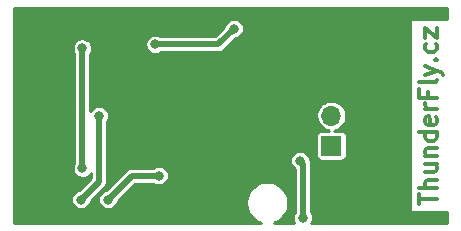
<source format=gbr>
G04 #@! TF.GenerationSoftware,KiCad,Pcbnew,(5.99.0-397-g773f45aae)*
G04 #@! TF.CreationDate,2019-12-11T08:39:11+01:00*
G04 #@! TF.ProjectId,TFRPM01A,54465250-4d30-4314-912e-6b696361645f,REV*
G04 #@! TF.SameCoordinates,Original*
G04 #@! TF.FileFunction,Copper,L1,Top*
G04 #@! TF.FilePolarity,Positive*
%FSLAX46Y46*%
G04 Gerber Fmt 4.6, Leading zero omitted, Abs format (unit mm)*
G04 Created by KiCad (PCBNEW (5.99.0-397-g773f45aae)) date 2019-12-11 08:39:11*
%MOMM*%
%LPD*%
G04 APERTURE LIST*
G04 #@! TA.AperFunction,NonConductor*
%ADD10C,0.300000*%
G04 #@! TD*
G04 #@! TA.AperFunction,ComponentPad*
%ADD11O,1.700000X1.700000*%
G04 #@! TD*
G04 #@! TA.AperFunction,ComponentPad*
%ADD12R,1.700000X1.700000*%
G04 #@! TD*
G04 #@! TA.AperFunction,ComponentPad*
%ADD13C,6.000000*%
G04 #@! TD*
G04 #@! TA.AperFunction,ViaPad*
%ADD14C,0.800000*%
G04 #@! TD*
G04 #@! TA.AperFunction,Conductor*
%ADD15C,0.500000*%
G04 #@! TD*
G04 #@! TA.AperFunction,Conductor*
%ADD16C,0.254000*%
G04 #@! TD*
G04 APERTURE END LIST*
D10*
X145736571Y-139798285D02*
X145736571Y-138941142D01*
X147236571Y-139369714D02*
X145736571Y-139369714D01*
X147236571Y-138441142D02*
X145736571Y-138441142D01*
X147236571Y-137798285D02*
X146450857Y-137798285D01*
X146308000Y-137869714D01*
X146236571Y-138012571D01*
X146236571Y-138226857D01*
X146308000Y-138369714D01*
X146379428Y-138441142D01*
X146236571Y-136441142D02*
X147236571Y-136441142D01*
X146236571Y-137084000D02*
X147022285Y-137084000D01*
X147165142Y-137012571D01*
X147236571Y-136869714D01*
X147236571Y-136655428D01*
X147165142Y-136512571D01*
X147093714Y-136441142D01*
X146236571Y-135726857D02*
X147236571Y-135726857D01*
X146379428Y-135726857D02*
X146308000Y-135655428D01*
X146236571Y-135512571D01*
X146236571Y-135298285D01*
X146308000Y-135155428D01*
X146450857Y-135084000D01*
X147236571Y-135084000D01*
X147236571Y-133726857D02*
X145736571Y-133726857D01*
X147165142Y-133726857D02*
X147236571Y-133869714D01*
X147236571Y-134155428D01*
X147165142Y-134298285D01*
X147093714Y-134369714D01*
X146950857Y-134441142D01*
X146522285Y-134441142D01*
X146379428Y-134369714D01*
X146308000Y-134298285D01*
X146236571Y-134155428D01*
X146236571Y-133869714D01*
X146308000Y-133726857D01*
X147165142Y-132441142D02*
X147236571Y-132584000D01*
X147236571Y-132869714D01*
X147165142Y-133012571D01*
X147022285Y-133084000D01*
X146450857Y-133084000D01*
X146308000Y-133012571D01*
X146236571Y-132869714D01*
X146236571Y-132584000D01*
X146308000Y-132441142D01*
X146450857Y-132369714D01*
X146593714Y-132369714D01*
X146736571Y-133084000D01*
X147236571Y-131726857D02*
X146236571Y-131726857D01*
X146522285Y-131726857D02*
X146379428Y-131655428D01*
X146308000Y-131584000D01*
X146236571Y-131441142D01*
X146236571Y-131298285D01*
X146450857Y-130298285D02*
X146450857Y-130798285D01*
X147236571Y-130798285D02*
X145736571Y-130798285D01*
X145736571Y-130084000D01*
X147236571Y-129298285D02*
X147165142Y-129441142D01*
X147022285Y-129512571D01*
X145736571Y-129512571D01*
X146236571Y-128869714D02*
X147236571Y-128512571D01*
X146236571Y-128155428D02*
X147236571Y-128512571D01*
X147593714Y-128655428D01*
X147665142Y-128726857D01*
X147736571Y-128869714D01*
X147093714Y-127584000D02*
X147165142Y-127512571D01*
X147236571Y-127584000D01*
X147165142Y-127655428D01*
X147093714Y-127584000D01*
X147236571Y-127584000D01*
X147165142Y-126226857D02*
X147236571Y-126369714D01*
X147236571Y-126655428D01*
X147165142Y-126798285D01*
X147093714Y-126869714D01*
X146950857Y-126941142D01*
X146522285Y-126941142D01*
X146379428Y-126869714D01*
X146308000Y-126798285D01*
X146236571Y-126655428D01*
X146236571Y-126369714D01*
X146308000Y-126226857D01*
X146236571Y-125726857D02*
X146236571Y-124941142D01*
X147236571Y-125726857D01*
X147236571Y-124941142D01*
D11*
G04 #@! TO.P,J1,3*
G04 #@! TO.N,GND*
X138303000Y-129791096D03*
G04 #@! TO.P,J1,2*
G04 #@! TO.N,Net-(C2-Pad1)*
X138303000Y-132331096D03*
D12*
G04 #@! TO.P,J1,1*
G04 #@! TO.N,/COUNT*
X138303000Y-134871096D03*
G04 #@! TD*
D13*
G04 #@! TO.P,Me,1*
G04 #@! TO.N,GND*
X132588000Y-132331096D03*
G04 #@! TD*
D14*
G04 #@! TO.N,/SDA*
X117221000Y-126616096D03*
X117221000Y-136776096D03*
G04 #@! TO.N,Net-(R5-Pad1)*
X123698000Y-137411096D03*
X119380000Y-139443096D03*
G04 #@! TO.N,+5V*
X117094000Y-139443096D03*
X118618000Y-132331096D03*
G04 #@! TO.N,+3V3*
X135890000Y-140967096D03*
X135636000Y-136141096D03*
G04 #@! TO.N,GND*
X118618000Y-140713096D03*
X117094000Y-140713096D03*
X115316000Y-140713096D03*
X124968000Y-135633096D03*
X126238000Y-135633096D03*
X127508000Y-138173096D03*
X128270000Y-137411096D03*
X112268000Y-135633096D03*
X112268000Y-136649096D03*
X112268000Y-137665096D03*
X112268000Y-138681096D03*
X112268000Y-129029096D03*
X112268000Y-128013096D03*
X112268000Y-126997096D03*
X112268000Y-125981096D03*
X120142000Y-134363096D03*
X117094000Y-123695096D03*
X126746000Y-128267096D03*
X127762000Y-129029096D03*
X127762000Y-130299096D03*
G04 #@! TO.N,+5V*
X123383000Y-126296096D03*
X130048000Y-124965096D03*
G04 #@! TO.N,GND*
X133858000Y-124965096D03*
X134874000Y-124965096D03*
X138938000Y-124965096D03*
X140208000Y-124965096D03*
X134620000Y-127759096D03*
X135636000Y-127759096D03*
X136652000Y-127759096D03*
X137668000Y-127759096D03*
X136652000Y-128775096D03*
X135636000Y-128775096D03*
X138176000Y-136903096D03*
X143764000Y-140967096D03*
X143764000Y-139951096D03*
X143764000Y-138935096D03*
X143002000Y-134109096D03*
X143002000Y-135382000D03*
X143002000Y-136652000D03*
X121666000Y-140967096D03*
X137806906Y-140061793D03*
X119634000Y-129286000D03*
X120396000Y-128524000D03*
X120396000Y-130048000D03*
X141986000Y-138938000D03*
X115316000Y-130807096D03*
X115316000Y-132331096D03*
X115316000Y-133855096D03*
G04 #@! TD*
D15*
G04 #@! TO.N,/SDA*
X117221000Y-126616096D02*
X117221000Y-136776096D01*
G04 #@! TO.N,Net-(R5-Pad1)*
X123698000Y-137411096D02*
X121412000Y-137411096D01*
X121412000Y-137411096D02*
X119380000Y-139443096D01*
G04 #@! TO.N,+5V*
X117094000Y-139443096D02*
X118618000Y-137919096D01*
X118618000Y-137919096D02*
X118618000Y-132331096D01*
G04 #@! TO.N,+3V3*
X135890000Y-140967096D02*
X135890000Y-136395096D01*
X135890000Y-136395096D02*
X135636000Y-136141096D01*
G04 #@! TO.N,+5V*
X123383000Y-126296096D02*
X128717000Y-126296096D01*
X128717000Y-126296096D02*
X130048000Y-124965096D01*
G04 #@! TD*
G04 #@! TO.N,GND*
G36*
X148072000Y-124150857D02*
G01*
X144977000Y-124150857D01*
X144977000Y-140517143D01*
X148072001Y-140517143D01*
X148072001Y-141380096D01*
X136609462Y-141380096D01*
X136636907Y-141341118D01*
X136714022Y-141104482D01*
X136716295Y-140844112D01*
X136643321Y-140606165D01*
X136566000Y-140492178D01*
X136566000Y-136467218D01*
X136574577Y-136427379D01*
X136566000Y-136354912D01*
X136566000Y-136338990D01*
X136559477Y-136299803D01*
X136547463Y-136198294D01*
X136540669Y-136186806D01*
X136538388Y-136173102D01*
X136462175Y-136031855D01*
X136462295Y-136018112D01*
X136389321Y-135780165D01*
X136249890Y-135574615D01*
X136056184Y-135419149D01*
X135825327Y-135327513D01*
X135577731Y-135307808D01*
X135335287Y-135361780D01*
X135119430Y-135484652D01*
X134949245Y-135665565D01*
X134839779Y-135888520D01*
X134800710Y-136133806D01*
X134835492Y-136379738D01*
X134941051Y-136604570D01*
X135108053Y-136788425D01*
X135214001Y-136851207D01*
X135214000Y-140480132D01*
X135203245Y-140491565D01*
X135093779Y-140714520D01*
X135054710Y-140959806D01*
X135089492Y-141205738D01*
X135171353Y-141380096D01*
X133441514Y-141380096D01*
X133555747Y-141342980D01*
X133804826Y-141216067D01*
X134030986Y-141051752D01*
X134228656Y-140854082D01*
X134392971Y-140627922D01*
X134519884Y-140378843D01*
X134606268Y-140112977D01*
X134650000Y-139836871D01*
X134650000Y-139557321D01*
X134606268Y-139281215D01*
X134519884Y-139015349D01*
X134392971Y-138766270D01*
X134228656Y-138540110D01*
X134030986Y-138342440D01*
X133804826Y-138178125D01*
X133555747Y-138051212D01*
X133289881Y-137964828D01*
X133013775Y-137921096D01*
X132734225Y-137921096D01*
X132458119Y-137964828D01*
X132192253Y-138051212D01*
X131943174Y-138178125D01*
X131717014Y-138342440D01*
X131519344Y-138540110D01*
X131355029Y-138766270D01*
X131228116Y-139015349D01*
X131141732Y-139281215D01*
X131098000Y-139557321D01*
X131098000Y-139836871D01*
X131141732Y-140112977D01*
X131228116Y-140378843D01*
X131355029Y-140627922D01*
X131519344Y-140854082D01*
X131717014Y-141051752D01*
X131943174Y-141216067D01*
X132192253Y-141342980D01*
X132306486Y-141380096D01*
X111424000Y-141380096D01*
X111424000Y-139435806D01*
X116258710Y-139435806D01*
X116293492Y-139681738D01*
X116399051Y-139906570D01*
X116566052Y-140090424D01*
X116779732Y-140217046D01*
X117021197Y-140275239D01*
X117269099Y-140259860D01*
X117501520Y-140172267D01*
X117697911Y-140020205D01*
X117840907Y-139817118D01*
X117918022Y-139580483D01*
X117918070Y-139575033D01*
X118057296Y-139435806D01*
X118544710Y-139435806D01*
X118579492Y-139681738D01*
X118685051Y-139906570D01*
X118852052Y-140090424D01*
X119065732Y-140217046D01*
X119307197Y-140275239D01*
X119555099Y-140259860D01*
X119787520Y-140172267D01*
X119983911Y-140020205D01*
X120126907Y-139817118D01*
X120204022Y-139580483D01*
X120204070Y-139575033D01*
X121692008Y-138087096D01*
X123218436Y-138087096D01*
X123383732Y-138185046D01*
X123625197Y-138243239D01*
X123873099Y-138227860D01*
X124105520Y-138140267D01*
X124301911Y-137988205D01*
X124444907Y-137785118D01*
X124522022Y-137548482D01*
X124524295Y-137288112D01*
X124451321Y-137050165D01*
X124311890Y-136844615D01*
X124118184Y-136689149D01*
X123887327Y-136597513D01*
X123639731Y-136577808D01*
X123397287Y-136631780D01*
X123215785Y-136735096D01*
X121484122Y-136735096D01*
X121444283Y-136726519D01*
X121371816Y-136735096D01*
X121355894Y-136735096D01*
X121316709Y-136741618D01*
X121215198Y-136753633D01*
X121203712Y-136760426D01*
X121190006Y-136762707D01*
X120991951Y-136869573D01*
X120923908Y-136943181D01*
X119238824Y-138628265D01*
X119079287Y-138663780D01*
X118863430Y-138786652D01*
X118693245Y-138967565D01*
X118583779Y-139190520D01*
X118544710Y-139435806D01*
X118057296Y-139435806D01*
X119044998Y-138448104D01*
X119079240Y-138425995D01*
X119124426Y-138368678D01*
X119135675Y-138357429D01*
X119158767Y-138325116D01*
X119222056Y-138244834D01*
X119225375Y-138231907D01*
X119233453Y-138220603D01*
X119297933Y-138004992D01*
X119294000Y-137904876D01*
X119294000Y-134008686D01*
X137021123Y-134008686D01*
X137021123Y-135733506D01*
X137051718Y-135887313D01*
X137145871Y-136028225D01*
X137286783Y-136122378D01*
X137440590Y-136152973D01*
X139165410Y-136152973D01*
X139319217Y-136122378D01*
X139460129Y-136028225D01*
X139554282Y-135887313D01*
X139584877Y-135733506D01*
X139584877Y-134008686D01*
X139554282Y-133854879D01*
X139460129Y-133713967D01*
X139319217Y-133619814D01*
X139165410Y-133589219D01*
X138528557Y-133589219D01*
X138713851Y-133544905D01*
X138928171Y-133449708D01*
X139121554Y-133317049D01*
X139287523Y-133151368D01*
X139420519Y-132958219D01*
X139516090Y-132744066D01*
X139571425Y-132514464D01*
X139579485Y-132216592D01*
X139536648Y-131984334D01*
X139452798Y-131765325D01*
X139330441Y-131565265D01*
X139173674Y-131390852D01*
X138987749Y-131247929D01*
X138778891Y-131141282D01*
X138554096Y-131074481D01*
X138320892Y-131049765D01*
X138087088Y-131067959D01*
X137860515Y-131128458D01*
X137648762Y-131229232D01*
X137458918Y-131366908D01*
X137297343Y-131536876D01*
X137169447Y-131733442D01*
X137079515Y-131950023D01*
X137030557Y-132179366D01*
X137024214Y-132413791D01*
X137060697Y-132645447D01*
X137138786Y-132866575D01*
X137255864Y-133069770D01*
X137408011Y-133248225D01*
X137590131Y-133395967D01*
X137796125Y-133508046D01*
X138019095Y-133580707D01*
X138083314Y-133589219D01*
X137440590Y-133589219D01*
X137286783Y-133619814D01*
X137145871Y-133713967D01*
X137051718Y-133854879D01*
X137021123Y-134008686D01*
X119294000Y-134008686D01*
X119294000Y-132805822D01*
X119364907Y-132705119D01*
X119442022Y-132468482D01*
X119444295Y-132208112D01*
X119371321Y-131970165D01*
X119231890Y-131764615D01*
X119038184Y-131609149D01*
X118807327Y-131517513D01*
X118559731Y-131497808D01*
X118317287Y-131551780D01*
X118101430Y-131674652D01*
X117931245Y-131855565D01*
X117897000Y-131925314D01*
X117897000Y-127090822D01*
X117967907Y-126990119D01*
X118045022Y-126753482D01*
X118047295Y-126493112D01*
X117984639Y-126288806D01*
X122547710Y-126288806D01*
X122582492Y-126534738D01*
X122688051Y-126759570D01*
X122855052Y-126943424D01*
X123068732Y-127070046D01*
X123310197Y-127128239D01*
X123558099Y-127112860D01*
X123790520Y-127025267D01*
X123859192Y-126972096D01*
X128644878Y-126972096D01*
X128684717Y-126980673D01*
X128757184Y-126972096D01*
X128773106Y-126972096D01*
X128812291Y-126965574D01*
X128913802Y-126953559D01*
X128925288Y-126946766D01*
X128938994Y-126944485D01*
X129137049Y-126837619D01*
X129205104Y-126763998D01*
X130184871Y-125784231D01*
X130223098Y-125781860D01*
X130455520Y-125694267D01*
X130651911Y-125542205D01*
X130794907Y-125339118D01*
X130872022Y-125102482D01*
X130874295Y-124842112D01*
X130801321Y-124604165D01*
X130661890Y-124398615D01*
X130468184Y-124243149D01*
X130237327Y-124151513D01*
X129989731Y-124131808D01*
X129747287Y-124185780D01*
X129531430Y-124308652D01*
X129361245Y-124489565D01*
X129251779Y-124712520D01*
X129234200Y-124822887D01*
X128436992Y-125620096D01*
X123860433Y-125620096D01*
X123803184Y-125574149D01*
X123572327Y-125482513D01*
X123324731Y-125462808D01*
X123082287Y-125516780D01*
X122866430Y-125639652D01*
X122696245Y-125820565D01*
X122586779Y-126043520D01*
X122547710Y-126288806D01*
X117984639Y-126288806D01*
X117974321Y-126255165D01*
X117834890Y-126049615D01*
X117641184Y-125894149D01*
X117410327Y-125802513D01*
X117162731Y-125782808D01*
X116920287Y-125836780D01*
X116704430Y-125959652D01*
X116534245Y-126140565D01*
X116424779Y-126363520D01*
X116385710Y-126608806D01*
X116420492Y-126854738D01*
X116526051Y-127079570D01*
X116545000Y-127100431D01*
X116545001Y-136289131D01*
X116534245Y-136300565D01*
X116424779Y-136523520D01*
X116385710Y-136768806D01*
X116420492Y-137014738D01*
X116526051Y-137239570D01*
X116693052Y-137423424D01*
X116906732Y-137550046D01*
X117148197Y-137608239D01*
X117396099Y-137592860D01*
X117628520Y-137505267D01*
X117824911Y-137353205D01*
X117942000Y-137186912D01*
X117942000Y-137639088D01*
X116952824Y-138628265D01*
X116793287Y-138663780D01*
X116577430Y-138786652D01*
X116407245Y-138967565D01*
X116297779Y-139190520D01*
X116258710Y-139435806D01*
X111424000Y-139435806D01*
X111424000Y-123232096D01*
X148072000Y-123232096D01*
X148072000Y-124150857D01*
G37*
D16*
X148072000Y-124150857D02*
X144977000Y-124150857D01*
X144977000Y-140517143D01*
X148072001Y-140517143D01*
X148072001Y-141380096D01*
X136609462Y-141380096D01*
X136636907Y-141341118D01*
X136714022Y-141104482D01*
X136716295Y-140844112D01*
X136643321Y-140606165D01*
X136566000Y-140492178D01*
X136566000Y-136467218D01*
X136574577Y-136427379D01*
X136566000Y-136354912D01*
X136566000Y-136338990D01*
X136559477Y-136299803D01*
X136547463Y-136198294D01*
X136540669Y-136186806D01*
X136538388Y-136173102D01*
X136462175Y-136031855D01*
X136462295Y-136018112D01*
X136389321Y-135780165D01*
X136249890Y-135574615D01*
X136056184Y-135419149D01*
X135825327Y-135327513D01*
X135577731Y-135307808D01*
X135335287Y-135361780D01*
X135119430Y-135484652D01*
X134949245Y-135665565D01*
X134839779Y-135888520D01*
X134800710Y-136133806D01*
X134835492Y-136379738D01*
X134941051Y-136604570D01*
X135108053Y-136788425D01*
X135214001Y-136851207D01*
X135214000Y-140480132D01*
X135203245Y-140491565D01*
X135093779Y-140714520D01*
X135054710Y-140959806D01*
X135089492Y-141205738D01*
X135171353Y-141380096D01*
X133441514Y-141380096D01*
X133555747Y-141342980D01*
X133804826Y-141216067D01*
X134030986Y-141051752D01*
X134228656Y-140854082D01*
X134392971Y-140627922D01*
X134519884Y-140378843D01*
X134606268Y-140112977D01*
X134650000Y-139836871D01*
X134650000Y-139557321D01*
X134606268Y-139281215D01*
X134519884Y-139015349D01*
X134392971Y-138766270D01*
X134228656Y-138540110D01*
X134030986Y-138342440D01*
X133804826Y-138178125D01*
X133555747Y-138051212D01*
X133289881Y-137964828D01*
X133013775Y-137921096D01*
X132734225Y-137921096D01*
X132458119Y-137964828D01*
X132192253Y-138051212D01*
X131943174Y-138178125D01*
X131717014Y-138342440D01*
X131519344Y-138540110D01*
X131355029Y-138766270D01*
X131228116Y-139015349D01*
X131141732Y-139281215D01*
X131098000Y-139557321D01*
X131098000Y-139836871D01*
X131141732Y-140112977D01*
X131228116Y-140378843D01*
X131355029Y-140627922D01*
X131519344Y-140854082D01*
X131717014Y-141051752D01*
X131943174Y-141216067D01*
X132192253Y-141342980D01*
X132306486Y-141380096D01*
X111424000Y-141380096D01*
X111424000Y-139435806D01*
X116258710Y-139435806D01*
X116293492Y-139681738D01*
X116399051Y-139906570D01*
X116566052Y-140090424D01*
X116779732Y-140217046D01*
X117021197Y-140275239D01*
X117269099Y-140259860D01*
X117501520Y-140172267D01*
X117697911Y-140020205D01*
X117840907Y-139817118D01*
X117918022Y-139580483D01*
X117918070Y-139575033D01*
X118057296Y-139435806D01*
X118544710Y-139435806D01*
X118579492Y-139681738D01*
X118685051Y-139906570D01*
X118852052Y-140090424D01*
X119065732Y-140217046D01*
X119307197Y-140275239D01*
X119555099Y-140259860D01*
X119787520Y-140172267D01*
X119983911Y-140020205D01*
X120126907Y-139817118D01*
X120204022Y-139580483D01*
X120204070Y-139575033D01*
X121692008Y-138087096D01*
X123218436Y-138087096D01*
X123383732Y-138185046D01*
X123625197Y-138243239D01*
X123873099Y-138227860D01*
X124105520Y-138140267D01*
X124301911Y-137988205D01*
X124444907Y-137785118D01*
X124522022Y-137548482D01*
X124524295Y-137288112D01*
X124451321Y-137050165D01*
X124311890Y-136844615D01*
X124118184Y-136689149D01*
X123887327Y-136597513D01*
X123639731Y-136577808D01*
X123397287Y-136631780D01*
X123215785Y-136735096D01*
X121484122Y-136735096D01*
X121444283Y-136726519D01*
X121371816Y-136735096D01*
X121355894Y-136735096D01*
X121316709Y-136741618D01*
X121215198Y-136753633D01*
X121203712Y-136760426D01*
X121190006Y-136762707D01*
X120991951Y-136869573D01*
X120923908Y-136943181D01*
X119238824Y-138628265D01*
X119079287Y-138663780D01*
X118863430Y-138786652D01*
X118693245Y-138967565D01*
X118583779Y-139190520D01*
X118544710Y-139435806D01*
X118057296Y-139435806D01*
X119044998Y-138448104D01*
X119079240Y-138425995D01*
X119124426Y-138368678D01*
X119135675Y-138357429D01*
X119158767Y-138325116D01*
X119222056Y-138244834D01*
X119225375Y-138231907D01*
X119233453Y-138220603D01*
X119297933Y-138004992D01*
X119294000Y-137904876D01*
X119294000Y-134008686D01*
X137021123Y-134008686D01*
X137021123Y-135733506D01*
X137051718Y-135887313D01*
X137145871Y-136028225D01*
X137286783Y-136122378D01*
X137440590Y-136152973D01*
X139165410Y-136152973D01*
X139319217Y-136122378D01*
X139460129Y-136028225D01*
X139554282Y-135887313D01*
X139584877Y-135733506D01*
X139584877Y-134008686D01*
X139554282Y-133854879D01*
X139460129Y-133713967D01*
X139319217Y-133619814D01*
X139165410Y-133589219D01*
X138528557Y-133589219D01*
X138713851Y-133544905D01*
X138928171Y-133449708D01*
X139121554Y-133317049D01*
X139287523Y-133151368D01*
X139420519Y-132958219D01*
X139516090Y-132744066D01*
X139571425Y-132514464D01*
X139579485Y-132216592D01*
X139536648Y-131984334D01*
X139452798Y-131765325D01*
X139330441Y-131565265D01*
X139173674Y-131390852D01*
X138987749Y-131247929D01*
X138778891Y-131141282D01*
X138554096Y-131074481D01*
X138320892Y-131049765D01*
X138087088Y-131067959D01*
X137860515Y-131128458D01*
X137648762Y-131229232D01*
X137458918Y-131366908D01*
X137297343Y-131536876D01*
X137169447Y-131733442D01*
X137079515Y-131950023D01*
X137030557Y-132179366D01*
X137024214Y-132413791D01*
X137060697Y-132645447D01*
X137138786Y-132866575D01*
X137255864Y-133069770D01*
X137408011Y-133248225D01*
X137590131Y-133395967D01*
X137796125Y-133508046D01*
X138019095Y-133580707D01*
X138083314Y-133589219D01*
X137440590Y-133589219D01*
X137286783Y-133619814D01*
X137145871Y-133713967D01*
X137051718Y-133854879D01*
X137021123Y-134008686D01*
X119294000Y-134008686D01*
X119294000Y-132805822D01*
X119364907Y-132705119D01*
X119442022Y-132468482D01*
X119444295Y-132208112D01*
X119371321Y-131970165D01*
X119231890Y-131764615D01*
X119038184Y-131609149D01*
X118807327Y-131517513D01*
X118559731Y-131497808D01*
X118317287Y-131551780D01*
X118101430Y-131674652D01*
X117931245Y-131855565D01*
X117897000Y-131925314D01*
X117897000Y-127090822D01*
X117967907Y-126990119D01*
X118045022Y-126753482D01*
X118047295Y-126493112D01*
X117984639Y-126288806D01*
X122547710Y-126288806D01*
X122582492Y-126534738D01*
X122688051Y-126759570D01*
X122855052Y-126943424D01*
X123068732Y-127070046D01*
X123310197Y-127128239D01*
X123558099Y-127112860D01*
X123790520Y-127025267D01*
X123859192Y-126972096D01*
X128644878Y-126972096D01*
X128684717Y-126980673D01*
X128757184Y-126972096D01*
X128773106Y-126972096D01*
X128812291Y-126965574D01*
X128913802Y-126953559D01*
X128925288Y-126946766D01*
X128938994Y-126944485D01*
X129137049Y-126837619D01*
X129205104Y-126763998D01*
X130184871Y-125784231D01*
X130223098Y-125781860D01*
X130455520Y-125694267D01*
X130651911Y-125542205D01*
X130794907Y-125339118D01*
X130872022Y-125102482D01*
X130874295Y-124842112D01*
X130801321Y-124604165D01*
X130661890Y-124398615D01*
X130468184Y-124243149D01*
X130237327Y-124151513D01*
X129989731Y-124131808D01*
X129747287Y-124185780D01*
X129531430Y-124308652D01*
X129361245Y-124489565D01*
X129251779Y-124712520D01*
X129234200Y-124822887D01*
X128436992Y-125620096D01*
X123860433Y-125620096D01*
X123803184Y-125574149D01*
X123572327Y-125482513D01*
X123324731Y-125462808D01*
X123082287Y-125516780D01*
X122866430Y-125639652D01*
X122696245Y-125820565D01*
X122586779Y-126043520D01*
X122547710Y-126288806D01*
X117984639Y-126288806D01*
X117974321Y-126255165D01*
X117834890Y-126049615D01*
X117641184Y-125894149D01*
X117410327Y-125802513D01*
X117162731Y-125782808D01*
X116920287Y-125836780D01*
X116704430Y-125959652D01*
X116534245Y-126140565D01*
X116424779Y-126363520D01*
X116385710Y-126608806D01*
X116420492Y-126854738D01*
X116526051Y-127079570D01*
X116545000Y-127100431D01*
X116545001Y-136289131D01*
X116534245Y-136300565D01*
X116424779Y-136523520D01*
X116385710Y-136768806D01*
X116420492Y-137014738D01*
X116526051Y-137239570D01*
X116693052Y-137423424D01*
X116906732Y-137550046D01*
X117148197Y-137608239D01*
X117396099Y-137592860D01*
X117628520Y-137505267D01*
X117824911Y-137353205D01*
X117942000Y-137186912D01*
X117942000Y-137639088D01*
X116952824Y-138628265D01*
X116793287Y-138663780D01*
X116577430Y-138786652D01*
X116407245Y-138967565D01*
X116297779Y-139190520D01*
X116258710Y-139435806D01*
X111424000Y-139435806D01*
X111424000Y-123232096D01*
X148072000Y-123232096D01*
X148072000Y-124150857D01*
G04 #@! TD*
M02*

</source>
